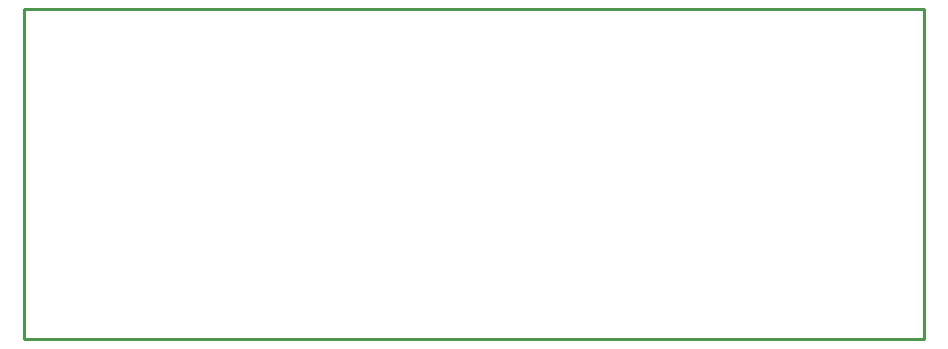
<source format=gbr>
G04 start of page 8 for group 6 idx 6 *
G04 Title: (unknown), outline *
G04 Creator: pcb 20110918 *
G04 CreationDate: Sat 01 Feb 2014 02:35:45 AM GMT UTC *
G04 For: vince *
G04 Format: Gerber/RS-274X *
G04 PCB-Dimensions: 300000 110000 *
G04 PCB-Coordinate-Origin: lower left *
%MOIN*%
%FSLAX25Y25*%
%LNOUTLINE*%
%ADD92C,0.0100*%
G54D92*X0Y110000D02*Y0D01*
Y110000D02*X300000D01*
X0Y0D02*X300000D01*
Y110000D02*Y0D01*
M02*

</source>
